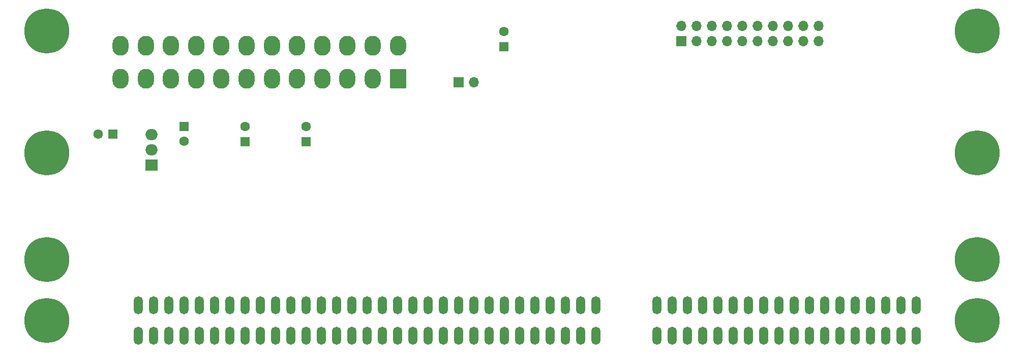
<source format=gbr>
%TF.GenerationSoftware,KiCad,Pcbnew,(7.0.0)*%
%TF.CreationDate,2023-08-01T12:05:37+01:00*%
%TF.ProjectId,disappointment,64697361-7070-46f6-996e-746d656e742e,rev?*%
%TF.SameCoordinates,Original*%
%TF.FileFunction,Soldermask,Bot*%
%TF.FilePolarity,Negative*%
%FSLAX46Y46*%
G04 Gerber Fmt 4.6, Leading zero omitted, Abs format (unit mm)*
G04 Created by KiCad (PCBNEW (7.0.0)) date 2023-08-01 12:05:37*
%MOMM*%
%LPD*%
G01*
G04 APERTURE LIST*
G04 Aperture macros list*
%AMRoundRect*
0 Rectangle with rounded corners*
0 $1 Rounding radius*
0 $2 $3 $4 $5 $6 $7 $8 $9 X,Y pos of 4 corners*
0 Add a 4 corners polygon primitive as box body*
4,1,4,$2,$3,$4,$5,$6,$7,$8,$9,$2,$3,0*
0 Add four circle primitives for the rounded corners*
1,1,$1+$1,$2,$3*
1,1,$1+$1,$4,$5*
1,1,$1+$1,$6,$7*
1,1,$1+$1,$8,$9*
0 Add four rect primitives between the rounded corners*
20,1,$1+$1,$2,$3,$4,$5,0*
20,1,$1+$1,$4,$5,$6,$7,0*
20,1,$1+$1,$6,$7,$8,$9,0*
20,1,$1+$1,$8,$9,$2,$3,0*%
G04 Aperture macros list end*
%ADD10C,7.500000*%
%ADD11R,1.600000X1.600000*%
%ADD12C,1.600000*%
%ADD13R,1.700000X1.700000*%
%ADD14O,1.700000X1.700000*%
%ADD15O,1.500000X3.000000*%
%ADD16R,2.000000X1.905000*%
%ADD17O,2.000000X1.905000*%
%ADD18RoundRect,0.250001X1.099999X1.399999X-1.099999X1.399999X-1.099999X-1.399999X1.099999X-1.399999X0*%
%ADD19O,2.700000X3.300000*%
G04 APERTURE END LIST*
D10*
%TO.C,*%
X224049200Y-103710000D03*
%TD*%
D11*
%TO.C,C15*%
X80169511Y-100611199D03*
D12*
X77669512Y-100611200D03*
%TD*%
D10*
%TO.C,*%
X69160000Y-131650000D03*
%TD*%
D11*
%TO.C,C16*%
X145258399Y-86017512D03*
D12*
X145258400Y-83517513D03*
%TD*%
D11*
%TO.C,C19*%
X102179999Y-101830399D03*
D12*
X102180000Y-99330400D03*
%TD*%
D10*
%TO.C,*%
X69160000Y-103710000D03*
%TD*%
D13*
%TO.C,J3*%
X174778199Y-85094999D03*
D14*
X174778199Y-82554999D03*
X177318199Y-85094999D03*
X177318199Y-82554999D03*
X179858199Y-85094999D03*
X179858199Y-82554999D03*
X182398199Y-85094999D03*
X182398199Y-82554999D03*
X184938199Y-85094999D03*
X184938199Y-82554999D03*
X187478199Y-85094999D03*
X187478199Y-82554999D03*
X190018199Y-85094999D03*
X190018199Y-82554999D03*
X192558199Y-85094999D03*
X192558199Y-82554999D03*
X195098199Y-85094999D03*
X195098199Y-82554999D03*
X197638199Y-85094999D03*
X197638199Y-82554999D03*
%TD*%
D10*
%TO.C,REF\u002A\u002A*%
X69160000Y-121490000D03*
%TD*%
%TO.C,*%
X224100000Y-83390000D03*
%TD*%
%TO.C,*%
X69160000Y-83390000D03*
%TD*%
D15*
%TO.C,J1*%
X84399999Y-134189999D03*
X86939999Y-134189999D03*
X89479999Y-134189999D03*
X92019999Y-134189999D03*
X94559999Y-134189999D03*
X97099999Y-134189999D03*
X99639999Y-134189999D03*
X102179999Y-134189999D03*
X104719999Y-134189999D03*
X107259999Y-134189999D03*
X109799999Y-134189999D03*
X112339999Y-134189999D03*
X114879999Y-134189999D03*
X117419999Y-134189999D03*
X119959999Y-134189999D03*
X122499999Y-134189999D03*
X125039999Y-134189999D03*
X127579999Y-134189999D03*
X130119999Y-134189999D03*
X132659999Y-134189999D03*
X135199999Y-134189999D03*
X137739999Y-134189999D03*
X140279999Y-134189999D03*
X142819999Y-134189999D03*
X145359999Y-134189999D03*
X147899999Y-134189999D03*
X150439999Y-134189999D03*
X152979999Y-134189999D03*
X155519999Y-134189999D03*
X158059999Y-134189999D03*
X160599999Y-134189999D03*
X84399999Y-129109999D03*
X86939999Y-129109999D03*
X89479999Y-129109999D03*
X92019999Y-129109999D03*
X94559999Y-129109999D03*
X97099999Y-129109999D03*
X99639999Y-129109999D03*
X102179999Y-129109999D03*
X104719999Y-129109999D03*
X107259999Y-129109999D03*
X109799999Y-129109999D03*
X112339999Y-129109999D03*
X114879999Y-129109999D03*
X117419999Y-129109999D03*
X119959999Y-129109999D03*
X122499999Y-129109999D03*
X125039999Y-129109999D03*
X127579999Y-129109999D03*
X130119999Y-129109999D03*
X132659999Y-129109999D03*
X135199999Y-129109999D03*
X137739999Y-129109999D03*
X140279999Y-129109999D03*
X142819999Y-129109999D03*
X145359999Y-129109999D03*
X147899999Y-129109999D03*
X150439999Y-129109999D03*
X152979999Y-129109999D03*
X155519999Y-129109999D03*
X158059999Y-129109999D03*
X160599999Y-129109999D03*
X170759999Y-134189999D03*
X173299999Y-134189999D03*
X175839999Y-134189999D03*
X178379999Y-134189999D03*
X180919999Y-134189999D03*
X183459999Y-134189999D03*
X185999999Y-134189999D03*
X188539999Y-134189999D03*
X191079999Y-134189999D03*
X193619999Y-134189999D03*
X196159999Y-134189999D03*
X198699999Y-134189999D03*
X201239999Y-134189999D03*
X203779999Y-134189999D03*
X206319999Y-134189999D03*
X208859999Y-134189999D03*
X211399999Y-134189999D03*
X213939999Y-134189999D03*
X170759999Y-129109999D03*
X173299999Y-129109999D03*
X175839999Y-129109999D03*
X178379999Y-129109999D03*
X180919999Y-129109999D03*
X183459999Y-129109999D03*
X185999999Y-129109999D03*
X188539999Y-129109999D03*
X191079999Y-129109999D03*
X193619999Y-129109999D03*
X196159999Y-129109999D03*
X198699999Y-129109999D03*
X201239999Y-129109999D03*
X203779999Y-129109999D03*
X206319999Y-129109999D03*
X208859999Y-129109999D03*
X211399999Y-129109999D03*
X213939999Y-129109999D03*
%TD*%
D10*
%TO.C,*%
X224100000Y-131650000D03*
%TD*%
D11*
%TO.C,C17*%
X92019999Y-99290399D03*
D12*
X92020000Y-101790400D03*
%TD*%
D13*
%TO.C,J2*%
X137734999Y-91947999D03*
D14*
X140274999Y-91947999D03*
%TD*%
D11*
%TO.C,C18*%
X112339999Y-101830399D03*
D12*
X112340000Y-99330400D03*
%TD*%
D10*
%TO.C,*%
X224100000Y-121490000D03*
%TD*%
D16*
%TO.C,U2*%
X86614999Y-105741999D03*
D17*
X86614999Y-103201999D03*
X86614999Y-100661999D03*
%TD*%
D18*
%TO.C,J5*%
X127616800Y-91337200D03*
D19*
X123416799Y-91337199D03*
X119216799Y-91337199D03*
X115016799Y-91337199D03*
X110816799Y-91337199D03*
X106616799Y-91337199D03*
X102416799Y-91337199D03*
X98216799Y-91337199D03*
X94016799Y-91337199D03*
X89816799Y-91337199D03*
X85616799Y-91337199D03*
X81416799Y-91337199D03*
X127616799Y-85837199D03*
X123416799Y-85837199D03*
X119216799Y-85837199D03*
X115016799Y-85837199D03*
X110816799Y-85837199D03*
X106616799Y-85837199D03*
X102416799Y-85837199D03*
X98216799Y-85837199D03*
X94016799Y-85837199D03*
X89816799Y-85837199D03*
X85616799Y-85837199D03*
X81416799Y-85837199D03*
%TD*%
M02*

</source>
